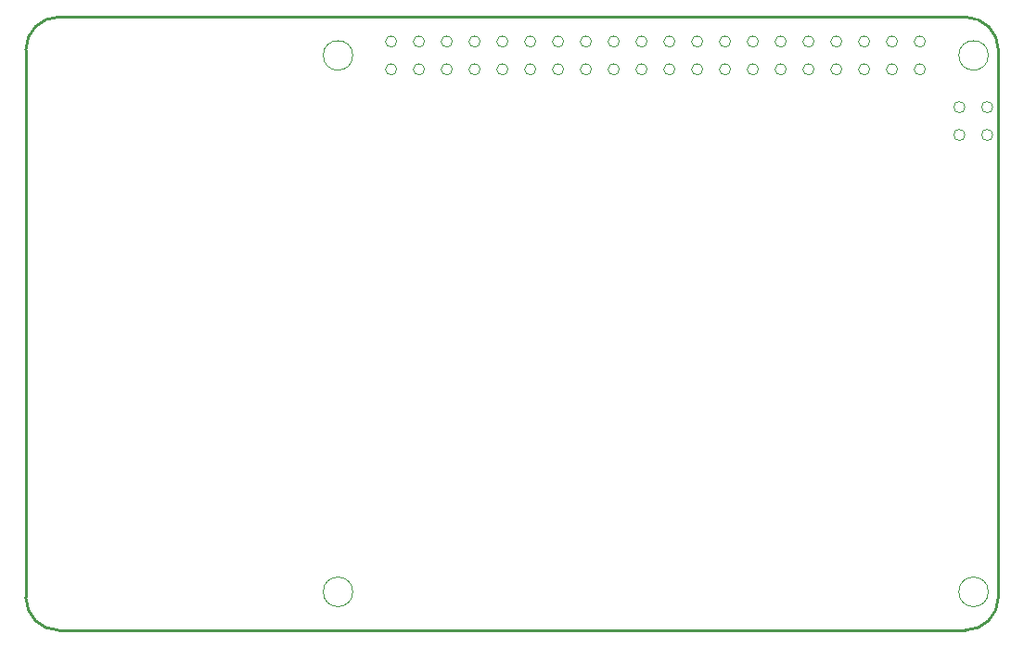
<source format=gm1>
G04*
G04 #@! TF.GenerationSoftware,Altium Limited,Altium Designer,22.10.1 (41)*
G04*
G04 Layer_Color=16711935*
%FSLAX23Y23*%
%MOIN*%
G70*
G04*
G04 #@! TF.SameCoordinates,9DCC93BE-6794-47A7-A240-529396958765*
G04*
G04*
G04 #@! TF.FilePolarity,Positive*
G04*
G01*
G75*
%ADD38C,0.010*%
%ADD55C,0.001*%
D38*
X166Y2257D02*
G03*
X48Y2139I0J-118D01*
G01*
Y170D02*
G03*
X166Y52I118J0D01*
G01*
X3543Y2139D02*
G03*
X3425Y2257I-118J0D01*
G01*
Y52D02*
G03*
X3543Y170I0J118D01*
G01*
X166Y2257D02*
X3425D01*
X166Y52D02*
X3425D01*
X3543Y170D02*
Y2139D01*
X48Y170D02*
Y2139D01*
D55*
X3423Y1833D02*
G03*
X3423Y1833I-20J0D01*
G01*
X3523D02*
G03*
X3523Y1833I-20J0D01*
G01*
Y1933D02*
G03*
X3523Y1933I-20J0D01*
G01*
X3423D02*
G03*
X3423Y1933I-20J0D01*
G01*
X3507Y190D02*
G03*
X3507Y190I-53J0D01*
G01*
X2381Y2069D02*
G03*
X2381Y2069I-20J0D01*
G01*
X2281D02*
G03*
X2281Y2069I-20J0D01*
G01*
X2681D02*
G03*
X2681Y2069I-20J0D01*
G01*
X2581D02*
G03*
X2581Y2069I-20J0D01*
G01*
X2181D02*
G03*
X2181Y2069I-20J0D01*
G01*
X2481D02*
G03*
X2481Y2069I-20J0D01*
G01*
X1881D02*
G03*
X1881Y2069I-20J0D01*
G01*
X1581D02*
G03*
X1581Y2069I-20J0D01*
G01*
X1681D02*
G03*
X1681Y2069I-20J0D01*
G01*
X1781D02*
G03*
X1781Y2069I-20J0D01*
G01*
X1481D02*
G03*
X1481Y2069I-20J0D01*
G01*
X1981D02*
G03*
X1981Y2069I-20J0D01*
G01*
X2081D02*
G03*
X2081Y2069I-20J0D01*
G01*
X1381D02*
G03*
X1381Y2069I-20J0D01*
G01*
X2781Y2169D02*
G03*
X2781Y2169I-20J0D01*
G01*
X2081D02*
G03*
X2081Y2169I-20J0D01*
G01*
X1481D02*
G03*
X1481Y2169I-20J0D01*
G01*
X1781D02*
G03*
X1781Y2169I-20J0D01*
G01*
X1881D02*
G03*
X1881Y2169I-20J0D01*
G01*
X1981D02*
G03*
X1981Y2169I-20J0D01*
G01*
X1681D02*
G03*
X1681Y2169I-20J0D01*
G01*
X1581D02*
G03*
X1581Y2169I-20J0D01*
G01*
X1223Y190D02*
G03*
X1223Y190I-53J0D01*
G01*
Y2119D02*
G03*
X1223Y2119I-53J0D01*
G01*
X2981Y2069D02*
G03*
X2981Y2069I-20J0D01*
G01*
X3507Y2119D02*
G03*
X3507Y2119I-53J0D01*
G01*
X3281Y2069D02*
G03*
X3281Y2069I-20J0D01*
G01*
X3081D02*
G03*
X3081Y2069I-20J0D01*
G01*
X3181D02*
G03*
X3181Y2069I-20J0D01*
G01*
X2781D02*
G03*
X2781Y2069I-20J0D01*
G01*
X2881D02*
G03*
X2881Y2069I-20J0D01*
G01*
X1381Y2169D02*
G03*
X1381Y2169I-20J0D01*
G01*
X2981D02*
G03*
X2981Y2169I-20J0D01*
G01*
X2881D02*
G03*
X2881Y2169I-20J0D01*
G01*
X2581D02*
G03*
X2581Y2169I-20J0D01*
G01*
X2481D02*
G03*
X2481Y2169I-20J0D01*
G01*
X2381D02*
G03*
X2381Y2169I-20J0D01*
G01*
X2681D02*
G03*
X2681Y2169I-20J0D01*
G01*
X2281D02*
G03*
X2281Y2169I-20J0D01*
G01*
X2181D02*
G03*
X2181Y2169I-20J0D01*
G01*
X3281D02*
G03*
X3281Y2169I-20J0D01*
G01*
X3181D02*
G03*
X3181Y2169I-20J0D01*
G01*
X3081D02*
G03*
X3081Y2169I-20J0D01*
G01*
M02*

</source>
